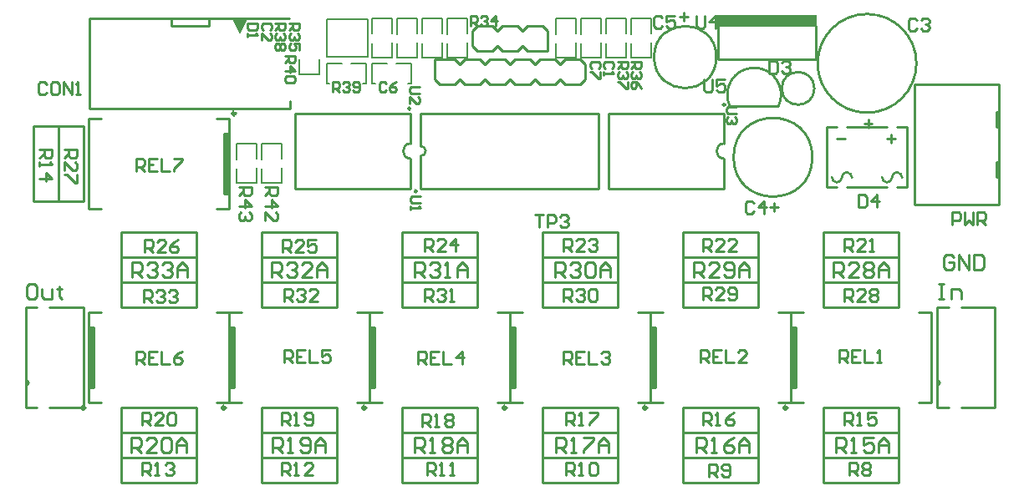
<source format=gto>
%FSLAX23Y23*%
%MOIN*%
G70*
G01*
G75*
G04 Layer_Color=65535*
%ADD10R,0.050X0.035*%
%ADD11R,0.054X0.050*%
%ADD12R,0.050X0.054*%
%ADD13C,0.055*%
%ADD14R,0.025X0.070*%
%ADD15R,0.025X0.075*%
%ADD16C,0.015*%
%ADD17C,0.025*%
%ADD18C,0.030*%
%ADD19C,0.040*%
%ADD20C,0.010*%
%ADD21C,0.020*%
%ADD22C,0.050*%
%ADD23C,0.065*%
%ADD24C,0.063*%
%ADD25R,0.063X0.063*%
%ADD26C,0.035*%
%ADD27P,0.070X8X22.5*%
%ADD28R,0.059X0.059*%
%ADD29C,0.059*%
%ADD30C,0.080*%
%ADD31C,0.059*%
%ADD32R,0.065X0.065*%
%ADD33C,0.217*%
%ADD34C,0.098*%
%ADD35R,0.098X0.098*%
%ADD36R,0.050X0.050*%
%ADD37C,0.058*%
%ADD38C,0.058*%
%ADD39C,0.040*%
%ADD40C,0.060*%
%ADD41C,0.014*%
%ADD42C,0.008*%
%ADD43C,0.008*%
%ADD44C,0.010*%
%ADD45C,0.010*%
%ADD46R,0.400X0.050*%
G36*
X-1075Y1290D02*
X-1105Y1350D01*
X-1045D01*
X-1075Y1290D01*
D02*
G37*
D20*
X1207Y800D02*
G03*
X1207Y800I-157J0D01*
G01*
X1215Y1075D02*
G03*
X1215Y1075I-65J0D01*
G01*
X824Y1200D02*
G03*
X824Y1200I-124J0D01*
G01*
X1622Y1175D02*
G03*
X1622Y1175I-197J0D01*
G01*
X1365Y720D02*
G03*
X1325Y720I-20J0D01*
G01*
X1565D02*
G03*
X1525Y720I-20J0D01*
G01*
X1485D02*
G03*
X1525Y720I20J0D01*
G01*
X860Y1010D02*
G03*
X860Y1010I-5J0D01*
G01*
X-395Y995D02*
G03*
X-395Y995I-5J0D01*
G01*
X-370Y665D02*
G03*
X-370Y665I-5J0D01*
G01*
X855Y855D02*
G03*
X855Y795I0J-30D01*
G01*
X-355Y805D02*
G03*
X-355Y845I0J20D01*
G01*
X-395Y855D02*
G03*
X-395Y795I0J-30D01*
G01*
X1285Y720D02*
G03*
X1325Y720I20J0D01*
G01*
X1072Y1004D02*
G03*
X878Y1003I-97J46D01*
G01*
X-690Y-300D02*
Y-200D01*
X-990Y-300D02*
Y-200D01*
X-690D01*
X-990Y-300D02*
X-690D01*
X-1250Y-500D02*
Y-400D01*
X-1550Y-500D02*
Y-400D01*
X-1250D01*
X-1550Y-500D02*
X-1250D01*
X-1930Y-200D02*
Y200D01*
X-1835D02*
X-1700D01*
Y-200D02*
Y200D01*
X-1835Y-200D02*
X-1700D01*
X-1930D02*
X-1885D01*
X-1930Y200D02*
X-1885D01*
X-1930Y-110D02*
X-1920Y-100D01*
X-1930Y-90D02*
X-1920Y-100D01*
X1705Y-200D02*
Y200D01*
X1800D02*
X1935D01*
Y-200D02*
Y200D01*
X1800Y-200D02*
X1935D01*
X1705D02*
X1750D01*
X1705Y200D02*
X1750D01*
X1705Y-110D02*
X1715Y-100D01*
X1705Y-90D02*
X1715Y-100D01*
X-80Y1090D02*
X-20D01*
X-80Y1190D02*
X-20D01*
X-100Y1170D02*
X-80Y1190D01*
X-100Y1110D02*
X-80Y1090D01*
X-20D02*
X0Y1110D01*
X-20Y1190D02*
X0Y1170D01*
X-300Y1110D02*
Y1170D01*
Y1110D02*
X-280Y1090D01*
X-120Y1190D02*
X-100Y1170D01*
X-120Y1090D02*
X-100Y1110D01*
X-200D02*
X-180Y1090D01*
X-200Y1170D02*
X-180Y1190D01*
X-220D02*
X-200Y1170D01*
X-220Y1090D02*
X-200Y1110D01*
X-300Y1190D02*
X-220D01*
X-180D02*
X-120D01*
X-180Y1090D02*
X-120D01*
X-280D02*
X-220D01*
X-300Y1170D02*
Y1190D01*
X20Y1090D02*
X80D01*
X20Y1190D02*
X80D01*
Y1090D02*
X100Y1110D01*
X80Y1190D02*
X100Y1170D01*
X180Y1190D02*
X200Y1170D01*
X180Y1090D02*
X200Y1110D01*
X100D02*
X120Y1090D01*
X100Y1170D02*
X120Y1190D01*
X180D01*
X120Y1090D02*
X180D01*
X220D02*
X280D01*
X220Y1190D02*
X280D01*
Y1090D02*
X300Y1110D01*
X280Y1190D02*
X300Y1170D01*
Y1110D02*
Y1170D01*
X0D02*
X20Y1190D01*
X200Y1170D02*
X220Y1190D01*
X0Y1110D02*
X20Y1090D01*
X200Y1110D02*
X220Y1090D01*
X830Y1190D02*
Y1325D01*
Y1190D02*
X1220D01*
Y1325D01*
X1265Y680D02*
Y920D01*
X1305D01*
X1345D02*
X1505D01*
X1545D02*
X1585D01*
Y680D02*
Y920D01*
X1345Y680D02*
X1505D01*
X1545D02*
X1585D01*
X1265D02*
X1305D01*
X-1800Y925D02*
X-1700D01*
X-1800Y625D02*
X-1700D01*
X-1800D02*
Y925D01*
X-1700Y625D02*
Y925D01*
X-1800Y625D02*
Y925D01*
X-1900Y625D02*
Y925D01*
Y625D02*
X-1800D01*
X-1900Y925D02*
X-1800D01*
X-1170Y595D02*
X-1120D01*
Y955D01*
X-1170D02*
X-1120D01*
X-1680Y595D02*
X-1630D01*
X-1680D02*
Y955D01*
X-1630D01*
X-1140Y655D02*
Y895D01*
Y655D02*
X-1130D01*
Y895D01*
X-1140D02*
X-1130D01*
X-1140D02*
X-1120D01*
X-1140Y655D02*
X-1120D01*
X-1680Y120D02*
X-1660D01*
X-1680Y-120D02*
X-1660D01*
X-1670D02*
X-1660D01*
X-1670D02*
Y120D01*
X-1660D01*
Y-120D02*
Y120D01*
X-1170Y-180D02*
X-1120D01*
Y180D01*
X-1170D02*
X-1120D01*
X-1680Y-180D02*
X-1630D01*
X-1680D02*
Y180D01*
X-1630D01*
X0D02*
X50D01*
X0Y-180D02*
Y180D01*
Y-180D02*
X50D01*
X510Y180D02*
X560D01*
Y-180D02*
Y180D01*
X510Y-180D02*
X560D01*
X20Y-120D02*
Y120D01*
X10D02*
X20D01*
X10Y-120D02*
Y120D01*
Y-120D02*
X20D01*
X0D02*
X20D01*
X0Y120D02*
X20D01*
X1120Y180D02*
X1170D01*
X1120Y-180D02*
Y180D01*
Y-180D02*
X1170D01*
X1630Y180D02*
X1680D01*
Y-180D02*
Y180D01*
X1630Y-180D02*
X1680D01*
X1140Y-120D02*
Y120D01*
X1130D02*
X1140D01*
X1130Y-120D02*
Y120D01*
Y-120D02*
X1140D01*
X1120D02*
X1140D01*
X1120Y120D02*
X1140D01*
X-1550Y-300D02*
X-1250D01*
X-1550Y-200D02*
X-1250D01*
X-1550Y-300D02*
Y-200D01*
X-1250Y-300D02*
Y-200D01*
X-990Y-500D02*
X-690D01*
X-990Y-400D02*
X-690D01*
X-990Y-500D02*
Y-400D01*
X-690Y-500D02*
Y-400D01*
X-430Y-500D02*
X-130D01*
X-430Y-400D02*
X-130D01*
X-430Y-500D02*
Y-400D01*
X-130Y-500D02*
Y-400D01*
X-430Y-300D02*
X-130D01*
X-430Y-200D02*
X-130D01*
X-430Y-300D02*
Y-200D01*
X-130Y-300D02*
Y-200D01*
X130Y-500D02*
X430D01*
X130Y-400D02*
X430D01*
X130Y-500D02*
Y-400D01*
X430Y-500D02*
Y-400D01*
X130Y-300D02*
X430D01*
X130Y-200D02*
X430D01*
X130Y-300D02*
Y-200D01*
X430Y-300D02*
Y-200D01*
X690Y-300D02*
X990D01*
X690Y-200D02*
X990D01*
X690Y-300D02*
Y-200D01*
X990Y-300D02*
Y-200D01*
X1250Y-300D02*
X1550D01*
X1250Y-200D02*
X1550D01*
X1250Y-300D02*
Y-200D01*
X1550Y-300D02*
Y-200D01*
X1250Y200D02*
X1550D01*
X1250Y300D02*
X1550D01*
X1250Y200D02*
Y300D01*
X1550Y200D02*
Y300D01*
X1250Y400D02*
X1550D01*
X1250Y500D02*
X1550D01*
X1250Y400D02*
Y500D01*
X1550Y400D02*
Y500D01*
X690Y200D02*
X990D01*
X690Y300D02*
X990D01*
X690Y200D02*
Y300D01*
X990Y200D02*
Y300D01*
X690Y400D02*
X990D01*
X690Y500D02*
X990D01*
X690Y400D02*
Y500D01*
X990Y400D02*
Y500D01*
X130Y200D02*
X430D01*
X130Y300D02*
X430D01*
X130Y200D02*
Y300D01*
X430Y200D02*
Y300D01*
X130Y400D02*
X430D01*
X130Y500D02*
X430D01*
X130Y400D02*
Y500D01*
X430Y400D02*
Y500D01*
X-430Y200D02*
X-130D01*
X-430Y300D02*
X-130D01*
X-430Y200D02*
Y300D01*
X-130Y200D02*
Y300D01*
X-430Y400D02*
X-130D01*
X-430Y500D02*
X-130D01*
X-430Y400D02*
Y500D01*
X-130Y400D02*
Y500D01*
X-990Y400D02*
X-690D01*
X-990Y500D02*
X-690D01*
X-990Y400D02*
Y500D01*
X-690Y400D02*
Y500D01*
X-990Y200D02*
X-690D01*
X-990Y300D02*
X-690D01*
X-990Y200D02*
Y300D01*
X-690Y200D02*
Y300D01*
X-1120Y180D02*
X-1070D01*
X-1120Y-180D02*
Y180D01*
Y-180D02*
X-1070D01*
X-610Y180D02*
X-560D01*
Y-180D02*
Y180D01*
X-610Y-180D02*
X-560D01*
X-1100Y-120D02*
Y120D01*
X-1110D02*
X-1100D01*
X-1110Y-120D02*
Y120D01*
Y-120D02*
X-1100D01*
X-1120D02*
X-1100D01*
X-1120Y120D02*
X-1100D01*
X-1550Y400D02*
X-1250D01*
X-1550Y500D02*
X-1250D01*
X-1550Y400D02*
Y500D01*
X-1250Y400D02*
Y500D01*
X-1550Y200D02*
X-1250D01*
X-1550Y300D02*
X-1250D01*
X-1550Y200D02*
Y300D01*
X-1250Y200D02*
Y300D01*
X855Y675D02*
Y795D01*
Y855D02*
Y975D01*
X395Y675D02*
X855D01*
X395D02*
Y975D01*
X855D01*
X-130Y1325D02*
X-70D01*
X-130Y1225D02*
X-70D01*
X-50Y1245D01*
X-70Y1325D02*
X-50Y1305D01*
X-150D02*
X-130Y1325D01*
X-150Y1245D02*
X-130Y1225D01*
X-150Y1245D02*
Y1305D01*
X150Y1245D02*
Y1305D01*
X130Y1325D02*
X150Y1305D01*
X-50Y1245D02*
X-30Y1225D01*
X-50Y1305D02*
X-30Y1325D01*
X30D02*
X50Y1305D01*
X30Y1225D02*
X50Y1245D01*
X70Y1225D01*
X50Y1305D02*
X70Y1325D01*
Y1225D02*
X150D01*
X-30D02*
X30D01*
X-30Y1325D02*
X30D01*
X70D02*
X130D01*
X150Y1225D02*
Y1245D01*
X-355Y845D02*
Y975D01*
Y675D02*
Y805D01*
X355Y675D02*
Y975D01*
X-355Y675D02*
X355D01*
X-355Y975D02*
X355D01*
X-855D02*
X-395D01*
X-855Y675D02*
Y975D01*
Y675D02*
X-395D01*
Y855D02*
Y975D01*
Y675D02*
Y795D01*
X1940Y780D02*
X1950D01*
X1940Y720D02*
Y780D01*
Y720D02*
X1950D01*
X1940Y920D02*
X1950D01*
X1940D02*
Y980D01*
X1950D01*
X1615Y1090D02*
X1950D01*
X1615Y610D02*
Y1090D01*
Y610D02*
X1950D01*
Y1090D01*
X-560Y180D02*
X-510D01*
X-560Y-180D02*
Y180D01*
Y-180D02*
X-510D01*
X-50Y180D02*
X0D01*
Y-180D02*
Y180D01*
X-50Y-180D02*
X0D01*
X-540Y-120D02*
Y120D01*
X-550D02*
X-540D01*
X-550Y-120D02*
Y120D01*
Y-120D02*
X-540D01*
X-560D02*
X-540D01*
X-560Y120D02*
X-540D01*
X880Y1004D02*
X1072D01*
X560Y180D02*
X610D01*
X560Y-180D02*
Y180D01*
Y-180D02*
X610D01*
X1070Y180D02*
X1120D01*
Y-180D02*
Y180D01*
X1070Y-180D02*
X1120D01*
X580Y-120D02*
Y120D01*
X570D02*
X580D01*
X570Y-120D02*
Y120D01*
Y-120D02*
X580D01*
X560D02*
X580D01*
X560Y120D02*
X580D01*
X990Y-500D02*
Y-400D01*
X690Y-500D02*
Y-400D01*
X990D01*
X690Y-500D02*
X990D01*
X1550D02*
Y-400D01*
X1250Y-500D02*
Y-400D01*
X1550D01*
X1250Y-500D02*
X1550D01*
X1250Y-400D02*
X1550D01*
X1250Y-300D02*
X1550D01*
X1250Y-400D02*
Y-300D01*
X1550Y-400D02*
Y-300D01*
X690Y-400D02*
X990D01*
X690Y-300D02*
X990D01*
X690Y-400D02*
Y-300D01*
X990Y-400D02*
Y-300D01*
X130Y-400D02*
X430D01*
X130Y-300D02*
X430D01*
X130Y-400D02*
Y-300D01*
X430Y-400D02*
Y-300D01*
X-430Y-400D02*
X-130D01*
X-430Y-300D02*
X-130D01*
X-430Y-400D02*
Y-300D01*
X-130Y-400D02*
Y-300D01*
X-990Y-400D02*
X-690D01*
X-990Y-300D02*
X-690D01*
X-990Y-400D02*
Y-300D01*
X-690Y-400D02*
Y-300D01*
X-1550Y-400D02*
X-1250D01*
X-1550Y-300D02*
X-1250D01*
X-1550Y-400D02*
Y-300D01*
X-1250Y-400D02*
Y-300D01*
X-1550Y300D02*
X-1250D01*
X-1550Y400D02*
X-1250D01*
X-1550Y300D02*
Y400D01*
X-1250Y300D02*
Y400D01*
X-990Y300D02*
X-690D01*
X-990Y400D02*
X-690D01*
X-990Y300D02*
Y400D01*
X-690Y300D02*
Y400D01*
X-430Y300D02*
X-130D01*
X-430Y400D02*
X-130D01*
X-430Y300D02*
Y400D01*
X-130Y300D02*
Y400D01*
X130Y300D02*
X430D01*
X130Y400D02*
X430D01*
X130Y300D02*
Y400D01*
X430Y300D02*
Y400D01*
X690Y300D02*
X990D01*
X690Y400D02*
X990D01*
X690Y300D02*
Y400D01*
X990Y300D02*
Y400D01*
X1250Y300D02*
X1550D01*
X1250Y400D02*
X1550D01*
X1250Y300D02*
Y400D01*
X1550Y300D02*
Y400D01*
X1770Y400D02*
X1760Y410D01*
X1740D01*
X1730Y400D01*
Y360D01*
X1740Y350D01*
X1760D01*
X1770Y360D01*
Y380D01*
X1750D01*
X1790Y350D02*
Y410D01*
X1830Y350D01*
Y410D01*
X1850D02*
Y350D01*
X1880D01*
X1890Y360D01*
Y400D01*
X1880Y410D01*
X1850D01*
X-1895Y295D02*
X-1915D01*
X-1925Y285D01*
Y245D01*
X-1915Y235D01*
X-1895D01*
X-1885Y245D01*
Y285D01*
X-1895Y295D01*
X-1865Y275D02*
Y245D01*
X-1855Y235D01*
X-1825D01*
Y275D01*
X-1795Y285D02*
Y275D01*
X-1805D01*
X-1785D01*
X-1795D01*
Y245D01*
X-1785Y235D01*
X1710Y295D02*
X1730D01*
X1720D01*
Y235D01*
X1710D01*
X1730D01*
X1760D02*
Y275D01*
X1790D01*
X1800Y265D01*
Y235D01*
X-895Y1205D02*
X-855D01*
Y1185D01*
X-862Y1178D01*
X-875D01*
X-882Y1185D01*
Y1205D01*
Y1192D02*
X-895Y1178D01*
Y1145D02*
X-855D01*
X-875Y1165D01*
Y1138D01*
X-862Y1125D02*
X-855Y1118D01*
Y1105D01*
X-862Y1098D01*
X-888D01*
X-895Y1105D01*
Y1118D01*
X-888Y1125D01*
X-862D01*
X-1847Y1092D02*
X-1855Y1100D01*
X-1872D01*
X-1880Y1092D01*
Y1058D01*
X-1872Y1050D01*
X-1855D01*
X-1847Y1058D01*
X-1805Y1100D02*
X-1822D01*
X-1830Y1092D01*
Y1058D01*
X-1822Y1050D01*
X-1805D01*
X-1797Y1058D01*
Y1092D01*
X-1805Y1100D01*
X-1780Y1050D02*
Y1100D01*
X-1747Y1050D01*
Y1100D01*
X-1730Y1050D02*
X-1713D01*
X-1722D01*
Y1100D01*
X-1730Y1092D01*
X-1005Y1335D02*
X-1045D01*
Y1315D01*
X-1038Y1308D01*
X-1012D01*
X-1005Y1315D01*
Y1335D01*
X-1045Y1295D02*
Y1282D01*
Y1288D01*
X-1005D01*
X-1012Y1295D01*
X353Y1153D02*
X360Y1160D01*
Y1173D01*
X353Y1180D01*
X327D01*
X320Y1173D01*
Y1160D01*
X327Y1153D01*
X360Y1140D02*
Y1113D01*
X353D01*
X327Y1140D01*
X320D01*
X-493Y1093D02*
X-500Y1100D01*
X-513D01*
X-520Y1093D01*
Y1067D01*
X-513Y1060D01*
X-500D01*
X-493Y1067D01*
X-453Y1100D02*
X-467Y1093D01*
X-480Y1080D01*
Y1067D01*
X-473Y1060D01*
X-460D01*
X-453Y1067D01*
Y1073D01*
X-460Y1080D01*
X-480D01*
X-360Y1080D02*
X-393D01*
X-400Y1073D01*
Y1060D01*
X-393Y1053D01*
X-360D01*
X-400Y1013D02*
Y1040D01*
X-373Y1013D01*
X-367D01*
X-360Y1020D01*
Y1033D01*
X-367Y1040D01*
X905Y1000D02*
X872D01*
X865Y993D01*
Y980D01*
X872Y973D01*
X905D01*
X898Y960D02*
X905Y953D01*
Y940D01*
X898Y933D01*
X892D01*
X885Y940D01*
Y947D01*
Y940D01*
X878Y933D01*
X872D01*
X865Y940D01*
Y953D01*
X872Y960D01*
X775Y1110D02*
Y1068D01*
X783Y1060D01*
X800D01*
X808Y1068D01*
Y1110D01*
X858D02*
X825D01*
Y1085D01*
X842Y1093D01*
X850D01*
X858Y1085D01*
Y1068D01*
X850Y1060D01*
X833D01*
X825Y1068D01*
X745Y1365D02*
Y1323D01*
X753Y1315D01*
X770D01*
X778Y1323D01*
Y1365D01*
X820Y1315D02*
Y1365D01*
X795Y1340D01*
X828D01*
X-1080Y680D02*
X-1030D01*
Y655D01*
X-1038Y647D01*
X-1055D01*
X-1063Y655D01*
Y680D01*
Y663D02*
X-1080Y647D01*
Y605D02*
X-1030D01*
X-1055Y630D01*
Y597D01*
X-1038Y580D02*
X-1030Y572D01*
Y555D01*
X-1038Y547D01*
X-1047D01*
X-1055Y555D01*
Y563D01*
Y555D01*
X-1063Y547D01*
X-1072D01*
X-1080Y555D01*
Y572D01*
X-1072Y580D01*
X-975Y680D02*
X-925D01*
Y655D01*
X-933Y647D01*
X-950D01*
X-958Y655D01*
Y680D01*
Y663D02*
X-975Y647D01*
Y605D02*
X-925D01*
X-950Y630D01*
Y597D01*
X-975Y547D02*
Y580D01*
X-942Y547D01*
X-933D01*
X-925Y555D01*
Y572D01*
X-933Y580D01*
X-1775Y830D02*
X-1725D01*
Y805D01*
X-1733Y797D01*
X-1750D01*
X-1758Y805D01*
Y830D01*
Y813D02*
X-1775Y797D01*
Y747D02*
Y780D01*
X-1742Y747D01*
X-1733D01*
X-1725Y755D01*
Y772D01*
X-1733Y780D01*
X-1725Y730D02*
Y697D01*
X-1733D01*
X-1767Y730D01*
X-1775D01*
X-1874Y830D02*
X-1824D01*
Y805D01*
X-1832Y797D01*
X-1849D01*
X-1857Y805D01*
Y830D01*
Y813D02*
X-1874Y797D01*
Y780D02*
Y763D01*
Y772D01*
X-1824D01*
X-1832Y780D01*
X-1874Y713D02*
X-1824D01*
X-1849Y738D01*
Y705D01*
X-705Y1060D02*
Y1100D01*
X-685D01*
X-678Y1093D01*
Y1080D01*
X-685Y1073D01*
X-705D01*
X-692D02*
X-678Y1060D01*
X-665Y1093D02*
X-658Y1100D01*
X-645D01*
X-638Y1093D01*
Y1087D01*
X-645Y1080D01*
X-652D01*
X-645D01*
X-638Y1073D01*
Y1067D01*
X-645Y1060D01*
X-658D01*
X-665Y1067D01*
X-625D02*
X-618Y1060D01*
X-605D01*
X-598Y1067D01*
Y1093D01*
X-605Y1100D01*
X-618D01*
X-625Y1093D01*
Y1087D01*
X-618Y1080D01*
X-598D01*
X-935Y1335D02*
X-895D01*
Y1315D01*
X-902Y1308D01*
X-915D01*
X-922Y1315D01*
Y1335D01*
Y1322D02*
X-935Y1308D01*
X-902Y1295D02*
X-895Y1288D01*
Y1275D01*
X-902Y1268D01*
X-908D01*
X-915Y1275D01*
Y1282D01*
Y1275D01*
X-922Y1268D01*
X-928D01*
X-935Y1275D01*
Y1288D01*
X-928Y1295D01*
X-902Y1255D02*
X-895Y1248D01*
Y1235D01*
X-902Y1228D01*
X-908D01*
X-915Y1235D01*
X-922Y1228D01*
X-928D01*
X-935Y1235D01*
Y1248D01*
X-928Y1255D01*
X-922D01*
X-915Y1248D01*
X-908Y1255D01*
X-902D01*
X-915Y1248D02*
Y1235D01*
X430Y1180D02*
X470D01*
Y1160D01*
X463Y1153D01*
X450D01*
X443Y1160D01*
Y1180D01*
Y1167D02*
X430Y1153D01*
X463Y1140D02*
X470Y1133D01*
Y1120D01*
X463Y1113D01*
X457D01*
X450Y1120D01*
Y1127D01*
Y1120D01*
X443Y1113D01*
X437D01*
X430Y1120D01*
Y1133D01*
X437Y1140D01*
X470Y1100D02*
Y1073D01*
X463D01*
X437Y1100D01*
X430D01*
X-1460Y220D02*
Y270D01*
X-1435D01*
X-1427Y262D01*
Y245D01*
X-1435Y237D01*
X-1460D01*
X-1443D02*
X-1427Y220D01*
X-1410Y262D02*
X-1402Y270D01*
X-1385D01*
X-1377Y262D01*
Y253D01*
X-1385Y245D01*
X-1393D01*
X-1385D01*
X-1377Y237D01*
Y228D01*
X-1385Y220D01*
X-1402D01*
X-1410Y228D01*
X-1360Y262D02*
X-1352Y270D01*
X-1335D01*
X-1327Y262D01*
Y253D01*
X-1335Y245D01*
X-1343D01*
X-1335D01*
X-1327Y237D01*
Y228D01*
X-1335Y220D01*
X-1352D01*
X-1360Y228D01*
X-1465Y-270D02*
Y-220D01*
X-1440D01*
X-1432Y-228D01*
Y-245D01*
X-1440Y-253D01*
X-1465D01*
X-1448D02*
X-1432Y-270D01*
X-1382D02*
X-1415D01*
X-1382Y-237D01*
Y-228D01*
X-1390Y-220D01*
X-1407D01*
X-1415Y-228D01*
X-1365D02*
X-1357Y-220D01*
X-1340D01*
X-1332Y-228D01*
Y-262D01*
X-1340Y-270D01*
X-1357D01*
X-1365Y-262D01*
Y-228D01*
X485Y1180D02*
X525D01*
Y1160D01*
X518Y1153D01*
X505D01*
X498Y1160D01*
Y1180D01*
Y1167D02*
X485Y1153D01*
X518Y1140D02*
X525Y1133D01*
Y1120D01*
X518Y1113D01*
X512D01*
X505Y1120D01*
Y1127D01*
Y1120D01*
X498Y1113D01*
X492D01*
X485Y1120D01*
Y1133D01*
X492Y1140D01*
X525Y1073D02*
X518Y1087D01*
X505Y1100D01*
X492D01*
X485Y1093D01*
Y1080D01*
X492Y1073D01*
X498D01*
X505Y1080D01*
Y1100D01*
X-1455Y420D02*
Y470D01*
X-1430D01*
X-1422Y462D01*
Y445D01*
X-1430Y437D01*
X-1455D01*
X-1438D02*
X-1422Y420D01*
X-1372D02*
X-1405D01*
X-1372Y453D01*
Y462D01*
X-1380Y470D01*
X-1397D01*
X-1405Y462D01*
X-1322Y470D02*
X-1338Y462D01*
X-1355Y445D01*
Y428D01*
X-1347Y420D01*
X-1330D01*
X-1322Y428D01*
Y437D01*
X-1330Y445D01*
X-1355D01*
X-1465Y-470D02*
Y-420D01*
X-1440D01*
X-1432Y-428D01*
Y-445D01*
X-1440Y-453D01*
X-1465D01*
X-1448D02*
X-1432Y-470D01*
X-1415D02*
X-1398D01*
X-1407D01*
Y-420D01*
X-1415Y-428D01*
X-1373D02*
X-1365Y-420D01*
X-1348D01*
X-1340Y-428D01*
Y-437D01*
X-1348Y-445D01*
X-1357D01*
X-1348D01*
X-1340Y-453D01*
Y-462D01*
X-1348Y-470D01*
X-1365D01*
X-1373Y-462D01*
X-880Y1335D02*
X-840D01*
Y1315D01*
X-847Y1308D01*
X-860D01*
X-867Y1315D01*
Y1335D01*
Y1322D02*
X-880Y1308D01*
X-847Y1295D02*
X-840Y1288D01*
Y1275D01*
X-847Y1268D01*
X-853D01*
X-860Y1275D01*
Y1282D01*
Y1275D01*
X-867Y1268D01*
X-873D01*
X-880Y1275D01*
Y1288D01*
X-873Y1295D01*
X-840Y1228D02*
Y1255D01*
X-860D01*
X-853Y1242D01*
Y1235D01*
X-860Y1228D01*
X-873D01*
X-880Y1235D01*
Y1248D01*
X-873Y1255D01*
X-900Y225D02*
Y275D01*
X-875D01*
X-867Y267D01*
Y250D01*
X-875Y242D01*
X-900D01*
X-883D02*
X-867Y225D01*
X-850Y267D02*
X-842Y275D01*
X-825D01*
X-817Y267D01*
Y258D01*
X-825Y250D01*
X-833D01*
X-825D01*
X-817Y242D01*
Y233D01*
X-825Y225D01*
X-842D01*
X-850Y233D01*
X-767Y225D02*
X-800D01*
X-767Y258D01*
Y267D01*
X-775Y275D01*
X-792D01*
X-800Y267D01*
X-910Y-270D02*
Y-220D01*
X-885D01*
X-877Y-228D01*
Y-245D01*
X-885Y-253D01*
X-910D01*
X-893D02*
X-877Y-270D01*
X-860D02*
X-843D01*
X-852D01*
Y-220D01*
X-860Y-228D01*
X-818Y-262D02*
X-810Y-270D01*
X-793D01*
X-785Y-262D01*
Y-228D01*
X-793Y-220D01*
X-810D01*
X-818Y-228D01*
Y-237D01*
X-810Y-245D01*
X-785D01*
X-155Y1325D02*
Y1365D01*
X-135D01*
X-128Y1358D01*
Y1345D01*
X-135Y1338D01*
X-155D01*
X-142D02*
X-128Y1325D01*
X-115Y1358D02*
X-108Y1365D01*
X-95D01*
X-88Y1358D01*
Y1352D01*
X-95Y1345D01*
X-102D01*
X-95D01*
X-88Y1338D01*
Y1332D01*
X-95Y1325D01*
X-108D01*
X-115Y1332D01*
X-55Y1325D02*
Y1365D01*
X-75Y1345D01*
X-48D01*
X-905Y420D02*
Y470D01*
X-880D01*
X-872Y462D01*
Y445D01*
X-880Y437D01*
X-905D01*
X-888D02*
X-872Y420D01*
X-822D02*
X-855D01*
X-822Y453D01*
Y462D01*
X-830Y470D01*
X-847D01*
X-855Y462D01*
X-772Y470D02*
X-805D01*
Y445D01*
X-788Y453D01*
X-780D01*
X-772Y445D01*
Y428D01*
X-780Y420D01*
X-797D01*
X-805Y428D01*
X-910Y-470D02*
Y-420D01*
X-885D01*
X-877Y-428D01*
Y-445D01*
X-885Y-453D01*
X-910D01*
X-893D02*
X-877Y-470D01*
X-860D02*
X-843D01*
X-852D01*
Y-420D01*
X-860Y-428D01*
X-785Y-470D02*
X-818D01*
X-785Y-437D01*
Y-428D01*
X-793Y-420D01*
X-810D01*
X-818Y-428D01*
X-1490Y745D02*
Y795D01*
X-1465D01*
X-1457Y787D01*
Y770D01*
X-1465Y762D01*
X-1490D01*
X-1473D02*
X-1457Y745D01*
X-1407Y795D02*
X-1440D01*
Y745D01*
X-1407D01*
X-1440Y770D02*
X-1423D01*
X-1390Y795D02*
Y745D01*
X-1357D01*
X-1340Y795D02*
X-1307D01*
Y787D01*
X-1340Y753D01*
Y745D01*
X-340Y225D02*
Y275D01*
X-315D01*
X-307Y267D01*
Y250D01*
X-315Y242D01*
X-340D01*
X-323D02*
X-307Y225D01*
X-290Y267D02*
X-282Y275D01*
X-265D01*
X-257Y267D01*
Y258D01*
X-265Y250D01*
X-273D01*
X-265D01*
X-257Y242D01*
Y233D01*
X-265Y225D01*
X-282D01*
X-290Y233D01*
X-240Y225D02*
X-223D01*
X-232D01*
Y275D01*
X-240Y267D01*
X-350Y-275D02*
Y-225D01*
X-325D01*
X-317Y-233D01*
Y-250D01*
X-325Y-258D01*
X-350D01*
X-333D02*
X-317Y-275D01*
X-300D02*
X-283D01*
X-292D01*
Y-225D01*
X-300Y-233D01*
X-258D02*
X-250Y-225D01*
X-233D01*
X-225Y-233D01*
Y-242D01*
X-233Y-250D01*
X-225Y-258D01*
Y-267D01*
X-233Y-275D01*
X-250D01*
X-258Y-267D01*
Y-258D01*
X-250Y-250D01*
X-258Y-242D01*
Y-233D01*
X-250Y-250D02*
X-233D01*
X-340Y425D02*
Y475D01*
X-315D01*
X-307Y467D01*
Y450D01*
X-315Y442D01*
X-340D01*
X-323D02*
X-307Y425D01*
X-257D02*
X-290D01*
X-257Y458D01*
Y467D01*
X-265Y475D01*
X-282D01*
X-290Y467D01*
X-215Y425D02*
Y475D01*
X-240Y450D01*
X-207D01*
X-330Y-470D02*
Y-420D01*
X-305D01*
X-297Y-428D01*
Y-445D01*
X-305Y-453D01*
X-330D01*
X-313D02*
X-297Y-470D01*
X-280D02*
X-263D01*
X-272D01*
Y-420D01*
X-280Y-428D01*
X-238Y-470D02*
X-222D01*
X-230D01*
Y-420D01*
X-238Y-428D01*
X-1490Y-25D02*
Y25D01*
X-1465D01*
X-1457Y17D01*
Y-0D01*
X-1465Y-8D01*
X-1490D01*
X-1473D02*
X-1457Y-25D01*
X-1407Y25D02*
X-1440D01*
Y-25D01*
X-1407D01*
X-1440Y-0D02*
X-1423D01*
X-1390Y25D02*
Y-25D01*
X-1357D01*
X-1307Y25D02*
X-1323Y17D01*
X-1340Y-0D01*
Y-17D01*
X-1332Y-25D01*
X-1315D01*
X-1307Y-17D01*
Y-8D01*
X-1315Y-0D01*
X-1340D01*
X215Y225D02*
Y275D01*
X240D01*
X248Y267D01*
Y250D01*
X240Y242D01*
X215D01*
X232D02*
X248Y225D01*
X265Y267D02*
X273Y275D01*
X290D01*
X298Y267D01*
Y258D01*
X290Y250D01*
X282D01*
X290D01*
X298Y242D01*
Y233D01*
X290Y225D01*
X273D01*
X265Y233D01*
X315Y267D02*
X323Y275D01*
X340D01*
X348Y267D01*
Y233D01*
X340Y225D01*
X323D01*
X315Y233D01*
Y267D01*
X225Y-270D02*
Y-220D01*
X250D01*
X258Y-228D01*
Y-245D01*
X250Y-253D01*
X225D01*
X242D02*
X258Y-270D01*
X275D02*
X292D01*
X283D01*
Y-220D01*
X275Y-228D01*
X317Y-220D02*
X350D01*
Y-228D01*
X317Y-262D01*
Y-270D01*
X-900Y-20D02*
Y30D01*
X-875D01*
X-867Y22D01*
Y5D01*
X-875Y-3D01*
X-900D01*
X-883D02*
X-867Y-20D01*
X-817Y30D02*
X-850D01*
Y-20D01*
X-817D01*
X-850Y5D02*
X-833D01*
X-800Y30D02*
Y-20D01*
X-767D01*
X-717Y30D02*
X-750D01*
Y5D01*
X-733Y13D01*
X-725D01*
X-717Y5D01*
Y-12D01*
X-725Y-20D01*
X-742D01*
X-750Y-12D01*
X215Y425D02*
Y475D01*
X240D01*
X248Y467D01*
Y450D01*
X240Y442D01*
X215D01*
X232D02*
X248Y425D01*
X298D02*
X265D01*
X298Y458D01*
Y467D01*
X290Y475D01*
X273D01*
X265Y467D01*
X315D02*
X323Y475D01*
X340D01*
X348Y467D01*
Y458D01*
X340Y450D01*
X332D01*
X340D01*
X348Y442D01*
Y433D01*
X340Y425D01*
X323D01*
X315Y433D01*
X225Y-470D02*
Y-420D01*
X250D01*
X258Y-428D01*
Y-445D01*
X250Y-453D01*
X225D01*
X242D02*
X258Y-470D01*
X275D02*
X292D01*
X283D01*
Y-420D01*
X275Y-428D01*
X317D02*
X325Y-420D01*
X342D01*
X350Y-428D01*
Y-462D01*
X342Y-470D01*
X325D01*
X317Y-462D01*
Y-428D01*
X-365Y-25D02*
Y25D01*
X-340D01*
X-332Y17D01*
Y-0D01*
X-340Y-8D01*
X-365D01*
X-348D02*
X-332Y-25D01*
X-282Y25D02*
X-315D01*
Y-25D01*
X-282D01*
X-315Y-0D02*
X-298D01*
X-265Y25D02*
Y-25D01*
X-232D01*
X-190D02*
Y25D01*
X-215Y-0D01*
X-182D01*
X770Y230D02*
Y280D01*
X795D01*
X803Y272D01*
Y255D01*
X795Y247D01*
X770D01*
X787D02*
X803Y230D01*
X853D02*
X820D01*
X853Y263D01*
Y272D01*
X845Y280D01*
X828D01*
X820Y272D01*
X870Y238D02*
X878Y230D01*
X895D01*
X903Y238D01*
Y272D01*
X895Y280D01*
X878D01*
X870Y272D01*
Y263D01*
X878Y255D01*
X903D01*
X770Y-270D02*
Y-220D01*
X795D01*
X803Y-228D01*
Y-245D01*
X795Y-253D01*
X770D01*
X787D02*
X803Y-270D01*
X820D02*
X837D01*
X828D01*
Y-220D01*
X820Y-228D01*
X895Y-220D02*
X878Y-228D01*
X862Y-245D01*
Y-262D01*
X870Y-270D01*
X887D01*
X895Y-262D01*
Y-253D01*
X887Y-245D01*
X862D01*
X215Y-25D02*
Y25D01*
X240D01*
X248Y17D01*
Y-0D01*
X240Y-8D01*
X215D01*
X232D02*
X248Y-25D01*
X298Y25D02*
X265D01*
Y-25D01*
X298D01*
X265Y-0D02*
X282D01*
X315Y25D02*
Y-25D01*
X348D01*
X365Y17D02*
X373Y25D01*
X390D01*
X398Y17D01*
Y8D01*
X390Y-0D01*
X382D01*
X390D01*
X398Y-8D01*
Y-17D01*
X390Y-25D01*
X373D01*
X365Y-17D01*
X770Y425D02*
Y475D01*
X795D01*
X803Y467D01*
Y450D01*
X795Y442D01*
X770D01*
X787D02*
X803Y425D01*
X853D02*
X820D01*
X853Y458D01*
Y467D01*
X845Y475D01*
X828D01*
X820Y467D01*
X903Y425D02*
X870D01*
X903Y458D01*
Y467D01*
X895Y475D01*
X878D01*
X870Y467D01*
X795Y-475D02*
Y-425D01*
X820D01*
X828Y-433D01*
Y-450D01*
X820Y-458D01*
X795D01*
X812D02*
X828Y-475D01*
X845Y-467D02*
X853Y-475D01*
X870D01*
X878Y-467D01*
Y-433D01*
X870Y-425D01*
X853D01*
X845Y-433D01*
Y-442D01*
X853Y-450D01*
X878D01*
X760Y-20D02*
Y30D01*
X785D01*
X793Y22D01*
Y5D01*
X785Y-3D01*
X760D01*
X777D02*
X793Y-20D01*
X843Y30D02*
X810D01*
Y-20D01*
X843D01*
X810Y5D02*
X827D01*
X860Y30D02*
Y-20D01*
X893D01*
X943D02*
X910D01*
X943Y13D01*
Y22D01*
X935Y30D01*
X918D01*
X910Y22D01*
X1335Y225D02*
Y275D01*
X1360D01*
X1368Y267D01*
Y250D01*
X1360Y242D01*
X1335D01*
X1352D02*
X1368Y225D01*
X1418D02*
X1385D01*
X1418Y258D01*
Y267D01*
X1410Y275D01*
X1393D01*
X1385Y267D01*
X1435D02*
X1443Y275D01*
X1460D01*
X1468Y267D01*
Y258D01*
X1460Y250D01*
X1468Y242D01*
Y233D01*
X1460Y225D01*
X1443D01*
X1435Y233D01*
Y242D01*
X1443Y250D01*
X1435Y258D01*
Y267D01*
X1443Y250D02*
X1460D01*
X1335Y-270D02*
Y-220D01*
X1360D01*
X1368Y-228D01*
Y-245D01*
X1360Y-253D01*
X1335D01*
X1352D02*
X1368Y-270D01*
X1385D02*
X1402D01*
X1393D01*
Y-220D01*
X1385Y-228D01*
X1460Y-220D02*
X1427D01*
Y-245D01*
X1443Y-237D01*
X1452D01*
X1460Y-245D01*
Y-262D01*
X1452Y-270D01*
X1435D01*
X1427Y-262D01*
X1315Y-20D02*
Y30D01*
X1340D01*
X1348Y22D01*
Y5D01*
X1340Y-3D01*
X1315D01*
X1332D02*
X1348Y-20D01*
X1398Y30D02*
X1365D01*
Y-20D01*
X1398D01*
X1365Y5D02*
X1382D01*
X1415Y30D02*
Y-20D01*
X1448D01*
X1465D02*
X1482D01*
X1473D01*
Y30D01*
X1465Y22D01*
X1335Y425D02*
Y475D01*
X1360D01*
X1368Y467D01*
Y450D01*
X1360Y442D01*
X1335D01*
X1352D02*
X1368Y425D01*
X1418D02*
X1385D01*
X1418Y458D01*
Y467D01*
X1410Y475D01*
X1393D01*
X1385Y467D01*
X1435Y425D02*
X1452D01*
X1443D01*
Y475D01*
X1435Y467D01*
X1355Y-470D02*
Y-420D01*
X1380D01*
X1388Y-428D01*
Y-445D01*
X1380Y-453D01*
X1355D01*
X1372D02*
X1388Y-470D01*
X1405Y-428D02*
X1413Y-420D01*
X1430D01*
X1438Y-428D01*
Y-437D01*
X1430Y-445D01*
X1438Y-453D01*
Y-462D01*
X1430Y-470D01*
X1413D01*
X1405Y-462D01*
Y-453D01*
X1413Y-445D01*
X1405Y-437D01*
Y-428D01*
X1413Y-445D02*
X1430D01*
X1765Y530D02*
Y580D01*
X1790D01*
X1798Y572D01*
Y555D01*
X1790Y547D01*
X1765D01*
X1815Y580D02*
Y530D01*
X1832Y547D01*
X1848Y530D01*
Y580D01*
X1865Y530D02*
Y580D01*
X1890D01*
X1898Y572D01*
Y555D01*
X1890Y547D01*
X1865D01*
X1882D02*
X1898Y530D01*
X1390Y650D02*
Y600D01*
X1415D01*
X1423Y608D01*
Y642D01*
X1415Y650D01*
X1390D01*
X1465Y600D02*
Y650D01*
X1440Y625D01*
X1473D01*
X1035Y1185D02*
Y1135D01*
X1060D01*
X1068Y1143D01*
Y1177D01*
X1060Y1185D01*
X1035D01*
X1085Y1177D02*
X1093Y1185D01*
X1110D01*
X1118Y1177D01*
Y1168D01*
X1110Y1160D01*
X1102D01*
X1110D01*
X1118Y1152D01*
Y1143D01*
X1110Y1135D01*
X1093D01*
X1085Y1143D01*
X608Y1357D02*
X600Y1365D01*
X583D01*
X575Y1357D01*
Y1323D01*
X583Y1315D01*
X600D01*
X608Y1323D01*
X658Y1365D02*
X625D01*
Y1340D01*
X642Y1348D01*
X650D01*
X658Y1340D01*
Y1323D01*
X650Y1315D01*
X633D01*
X625Y1323D01*
X973Y617D02*
X965Y625D01*
X948D01*
X940Y617D01*
Y583D01*
X948Y575D01*
X965D01*
X973Y583D01*
X1015Y575D02*
Y625D01*
X990Y600D01*
X1023D01*
X1623Y1347D02*
X1615Y1355D01*
X1598D01*
X1590Y1347D01*
Y1313D01*
X1598Y1305D01*
X1615D01*
X1623Y1313D01*
X1640Y1347D02*
X1648Y1355D01*
X1665D01*
X1673Y1347D01*
Y1338D01*
X1665Y1330D01*
X1657D01*
X1665D01*
X1673Y1322D01*
Y1313D01*
X1665Y1305D01*
X1648D01*
X1640Y1313D01*
X-957Y1308D02*
X-950Y1315D01*
Y1328D01*
X-957Y1335D01*
X-983D01*
X-990Y1328D01*
Y1315D01*
X-983Y1308D01*
X-990Y1268D02*
Y1295D01*
X-963Y1268D01*
X-957D01*
X-950Y1275D01*
Y1288D01*
X-957Y1295D01*
X408Y1153D02*
X415Y1160D01*
Y1173D01*
X408Y1180D01*
X382D01*
X375Y1173D01*
Y1160D01*
X382Y1153D01*
X375Y1140D02*
Y1127D01*
Y1133D01*
X415D01*
X408Y1140D01*
X-355Y645D02*
X-388D01*
X-395Y638D01*
Y625D01*
X-388Y618D01*
X-355D01*
X-395Y605D02*
Y592D01*
Y598D01*
X-355D01*
X-362Y605D01*
X100Y570D02*
X133D01*
X117D01*
Y520D01*
X150D02*
Y570D01*
X175D01*
X183Y562D01*
Y545D01*
X175Y537D01*
X150D01*
X200Y562D02*
X208Y570D01*
X225D01*
X233Y562D01*
Y553D01*
X225Y545D01*
X217D01*
X225D01*
X233Y537D01*
Y528D01*
X225Y520D01*
X208D01*
X200Y528D01*
X1300Y-380D02*
Y-320D01*
X1330D01*
X1340Y-330D01*
Y-350D01*
X1330Y-360D01*
X1300D01*
X1320D02*
X1340Y-380D01*
X1360D02*
X1380D01*
X1370D01*
Y-320D01*
X1360Y-330D01*
X1450Y-320D02*
X1410D01*
Y-350D01*
X1430Y-340D01*
X1440D01*
X1450Y-350D01*
Y-370D01*
X1440Y-380D01*
X1420D01*
X1410Y-370D01*
X1470Y-380D02*
Y-340D01*
X1490Y-320D01*
X1510Y-340D01*
Y-380D01*
Y-350D01*
X1470D01*
X745Y-380D02*
Y-320D01*
X775D01*
X785Y-330D01*
Y-350D01*
X775Y-360D01*
X745D01*
X765D02*
X785Y-380D01*
X805D02*
X825D01*
X815D01*
Y-320D01*
X805Y-330D01*
X895Y-320D02*
X875Y-330D01*
X855Y-350D01*
Y-370D01*
X865Y-380D01*
X885D01*
X895Y-370D01*
Y-360D01*
X885Y-350D01*
X855D01*
X915Y-380D02*
Y-340D01*
X935Y-320D01*
X955Y-340D01*
Y-380D01*
Y-350D01*
X915D01*
X185Y-380D02*
Y-320D01*
X215D01*
X225Y-330D01*
Y-350D01*
X215Y-360D01*
X185D01*
X205D02*
X225Y-380D01*
X245D02*
X265D01*
X255D01*
Y-320D01*
X245Y-330D01*
X295Y-320D02*
X335D01*
Y-330D01*
X295Y-370D01*
Y-380D01*
X355D02*
Y-340D01*
X375Y-320D01*
X395Y-340D01*
Y-380D01*
Y-350D01*
X355D01*
X-380Y-380D02*
Y-320D01*
X-350D01*
X-340Y-330D01*
Y-350D01*
X-350Y-360D01*
X-380D01*
X-360D02*
X-340Y-380D01*
X-320D02*
X-300D01*
X-310D01*
Y-320D01*
X-320Y-330D01*
X-270D02*
X-260Y-320D01*
X-240D01*
X-230Y-330D01*
Y-340D01*
X-240Y-350D01*
X-230Y-360D01*
Y-370D01*
X-240Y-380D01*
X-260D01*
X-270Y-370D01*
Y-360D01*
X-260Y-350D01*
X-270Y-340D01*
Y-330D01*
X-260Y-350D02*
X-240D01*
X-210Y-380D02*
Y-340D01*
X-190Y-320D01*
X-170Y-340D01*
Y-380D01*
Y-350D01*
X-210D01*
X-945Y-380D02*
Y-320D01*
X-915D01*
X-905Y-330D01*
Y-350D01*
X-915Y-360D01*
X-945D01*
X-925D02*
X-905Y-380D01*
X-885D02*
X-865D01*
X-875D01*
Y-320D01*
X-885Y-330D01*
X-835Y-370D02*
X-825Y-380D01*
X-805D01*
X-795Y-370D01*
Y-330D01*
X-805Y-320D01*
X-825D01*
X-835Y-330D01*
Y-340D01*
X-825Y-350D01*
X-795D01*
X-775Y-380D02*
Y-340D01*
X-755Y-320D01*
X-735Y-340D01*
Y-380D01*
Y-350D01*
X-775D01*
X-1510Y-380D02*
Y-320D01*
X-1480D01*
X-1470Y-330D01*
Y-350D01*
X-1480Y-360D01*
X-1510D01*
X-1490D02*
X-1470Y-380D01*
X-1410D02*
X-1450D01*
X-1410Y-340D01*
Y-330D01*
X-1420Y-320D01*
X-1440D01*
X-1450Y-330D01*
X-1390D02*
X-1380Y-320D01*
X-1360D01*
X-1350Y-330D01*
Y-370D01*
X-1360Y-380D01*
X-1380D01*
X-1390Y-370D01*
Y-330D01*
X-1330Y-380D02*
Y-340D01*
X-1310Y-320D01*
X-1290Y-340D01*
Y-380D01*
Y-350D01*
X-1330D01*
X1290Y320D02*
Y380D01*
X1320D01*
X1330Y370D01*
Y350D01*
X1320Y340D01*
X1290D01*
X1310D02*
X1330Y320D01*
X1390D02*
X1350D01*
X1390Y360D01*
Y370D01*
X1380Y380D01*
X1360D01*
X1350Y370D01*
X1410D02*
X1420Y380D01*
X1440D01*
X1450Y370D01*
Y360D01*
X1440Y350D01*
X1450Y340D01*
Y330D01*
X1440Y320D01*
X1420D01*
X1410Y330D01*
Y340D01*
X1420Y350D01*
X1410Y360D01*
Y370D01*
X1420Y350D02*
X1440D01*
X1470Y320D02*
Y360D01*
X1490Y380D01*
X1510Y360D01*
Y320D01*
Y350D01*
X1470D01*
X735Y320D02*
Y380D01*
X765D01*
X775Y370D01*
Y350D01*
X765Y340D01*
X735D01*
X755D02*
X775Y320D01*
X835D02*
X795D01*
X835Y360D01*
Y370D01*
X825Y380D01*
X805D01*
X795Y370D01*
X855Y330D02*
X865Y320D01*
X885D01*
X895Y330D01*
Y370D01*
X885Y380D01*
X865D01*
X855Y370D01*
Y360D01*
X865Y350D01*
X895D01*
X915Y320D02*
Y360D01*
X935Y380D01*
X955Y360D01*
Y320D01*
Y350D01*
X915D01*
X180Y320D02*
Y380D01*
X210D01*
X220Y370D01*
Y350D01*
X210Y340D01*
X180D01*
X200D02*
X220Y320D01*
X240Y370D02*
X250Y380D01*
X270D01*
X280Y370D01*
Y360D01*
X270Y350D01*
X260D01*
X270D01*
X280Y340D01*
Y330D01*
X270Y320D01*
X250D01*
X240Y330D01*
X300Y370D02*
X310Y380D01*
X330D01*
X340Y370D01*
Y330D01*
X330Y320D01*
X310D01*
X300Y330D01*
Y370D01*
X360Y320D02*
Y360D01*
X380Y380D01*
X400Y360D01*
Y320D01*
Y350D01*
X360D01*
X-380Y320D02*
Y380D01*
X-350D01*
X-340Y370D01*
Y350D01*
X-350Y340D01*
X-380D01*
X-360D02*
X-340Y320D01*
X-320Y370D02*
X-310Y380D01*
X-290D01*
X-280Y370D01*
Y360D01*
X-290Y350D01*
X-300D01*
X-290D01*
X-280Y340D01*
Y330D01*
X-290Y320D01*
X-310D01*
X-320Y330D01*
X-260Y320D02*
X-240D01*
X-250D01*
Y380D01*
X-260Y370D01*
X-210Y320D02*
Y360D01*
X-190Y380D01*
X-170Y360D01*
Y320D01*
Y350D01*
X-210D01*
X-950Y320D02*
Y380D01*
X-920D01*
X-910Y370D01*
Y350D01*
X-920Y340D01*
X-950D01*
X-930D02*
X-910Y320D01*
X-890Y370D02*
X-880Y380D01*
X-860D01*
X-850Y370D01*
Y360D01*
X-860Y350D01*
X-870D01*
X-860D01*
X-850Y340D01*
Y330D01*
X-860Y320D01*
X-880D01*
X-890Y330D01*
X-790Y320D02*
X-830D01*
X-790Y360D01*
Y370D01*
X-800Y380D01*
X-820D01*
X-830Y370D01*
X-770Y320D02*
Y360D01*
X-750Y380D01*
X-730Y360D01*
Y320D01*
Y350D01*
X-770D01*
X-1505Y320D02*
Y380D01*
X-1475D01*
X-1465Y370D01*
Y350D01*
X-1475Y340D01*
X-1505D01*
X-1485D02*
X-1465Y320D01*
X-1445Y370D02*
X-1435Y380D01*
X-1415D01*
X-1405Y370D01*
Y360D01*
X-1415Y350D01*
X-1425D01*
X-1415D01*
X-1405Y340D01*
Y330D01*
X-1415Y320D01*
X-1435D01*
X-1445Y330D01*
X-1385Y370D02*
X-1375Y380D01*
X-1355D01*
X-1345Y370D01*
Y360D01*
X-1355Y350D01*
X-1365D01*
X-1355D01*
X-1345Y340D01*
Y330D01*
X-1355Y320D01*
X-1375D01*
X-1385Y330D01*
X-1325Y320D02*
Y360D01*
X-1305Y380D01*
X-1285Y360D01*
Y320D01*
Y350D01*
X-1325D01*
X1055Y583D02*
Y617D01*
X1038Y600D02*
X1071D01*
X695Y1377D02*
Y1344D01*
X712Y1361D02*
X679D01*
X1430Y919D02*
Y952D01*
X1413Y936D02*
X1446D01*
X1505Y875D02*
X1538D01*
X1522Y892D02*
Y858D01*
X1305Y875D02*
X1338D01*
D41*
X-1093Y975D02*
G03*
X-1093Y975I-7J0D01*
G01*
X-1693Y-200D02*
G03*
X-1693Y-200I-7J0D01*
G01*
X-13D02*
G03*
X-13Y-200I-7J0D01*
G01*
X1107D02*
G03*
X1107Y-200I-7J0D01*
G01*
X-1133D02*
G03*
X-1133Y-200I-7J0D01*
G01*
X-573D02*
G03*
X-573Y-200I-7J0D01*
G01*
X547D02*
G03*
X547Y-200I-7J0D01*
G01*
D42*
X-730Y1200D02*
Y1350D01*
X-565D01*
Y1200D02*
Y1350D01*
X-730Y1200D02*
X-565D01*
D43*
X-840Y1132D02*
Y1190D01*
Y1132D02*
X-760D01*
Y1192D01*
X-633Y1175D02*
X-572D01*
Y1095D02*
Y1175D01*
X-585Y1095D02*
X-572D01*
X-728Y1175D02*
X-670D01*
X-728Y1095D02*
Y1175D01*
Y1095D02*
X-720D01*
X-452Y1175D02*
X-392D01*
Y1095D02*
Y1175D01*
X-405Y1095D02*
X-392D01*
X-548Y1175D02*
X-489D01*
X-548Y1095D02*
Y1175D01*
Y1095D02*
X-535D01*
X-250Y1292D02*
Y1353D01*
X-170D01*
Y1294D02*
Y1353D01*
X-250Y1197D02*
Y1255D01*
Y1197D02*
X-170D01*
Y1257D01*
X-270Y1197D02*
Y1258D01*
X-350Y1197D02*
X-270D01*
X-350D02*
Y1256D01*
X-270Y1295D02*
Y1353D01*
X-350D02*
X-270D01*
X-350Y1293D02*
Y1353D01*
X-450Y1292D02*
Y1353D01*
X-370D01*
Y1294D02*
Y1353D01*
X-450Y1197D02*
Y1255D01*
Y1197D02*
X-370D01*
Y1257D01*
X-470Y1197D02*
Y1258D01*
X-550Y1197D02*
X-470D01*
X-550D02*
Y1256D01*
X-470Y1295D02*
Y1353D01*
X-550D02*
X-470D01*
X-550Y1293D02*
Y1353D01*
X485Y1292D02*
Y1353D01*
X565D01*
Y1294D02*
Y1353D01*
X485Y1197D02*
Y1255D01*
Y1197D02*
X565D01*
Y1257D01*
X465Y1197D02*
Y1258D01*
X385Y1197D02*
X465D01*
X385D02*
Y1256D01*
X465Y1295D02*
Y1353D01*
X385D02*
X465D01*
X385Y1293D02*
Y1353D01*
X285Y1292D02*
Y1353D01*
X365D01*
Y1294D02*
Y1353D01*
X285Y1197D02*
Y1255D01*
Y1197D02*
X365D01*
Y1257D01*
X185Y1292D02*
Y1353D01*
X265D01*
Y1294D02*
Y1353D01*
X185Y1197D02*
Y1255D01*
Y1197D02*
X265D01*
Y1257D01*
X-990Y792D02*
Y853D01*
X-910D01*
Y794D02*
Y853D01*
X-990Y697D02*
Y755D01*
Y697D02*
X-910D01*
Y757D01*
X-1090Y792D02*
Y853D01*
X-1010D01*
Y794D02*
Y853D01*
X-1090Y697D02*
Y755D01*
Y697D02*
X-1010D01*
Y757D01*
D44*
X-1200Y1325D02*
Y1355D01*
X-1350Y1325D02*
X-1200D01*
X-1350D02*
Y1355D01*
X-875Y995D02*
Y1025D01*
X-1675Y995D02*
Y1355D01*
D45*
Y995D02*
X-875D01*
X-1675Y1355D02*
X-880D01*
D46*
X1025Y1345D02*
D03*
M02*

</source>
